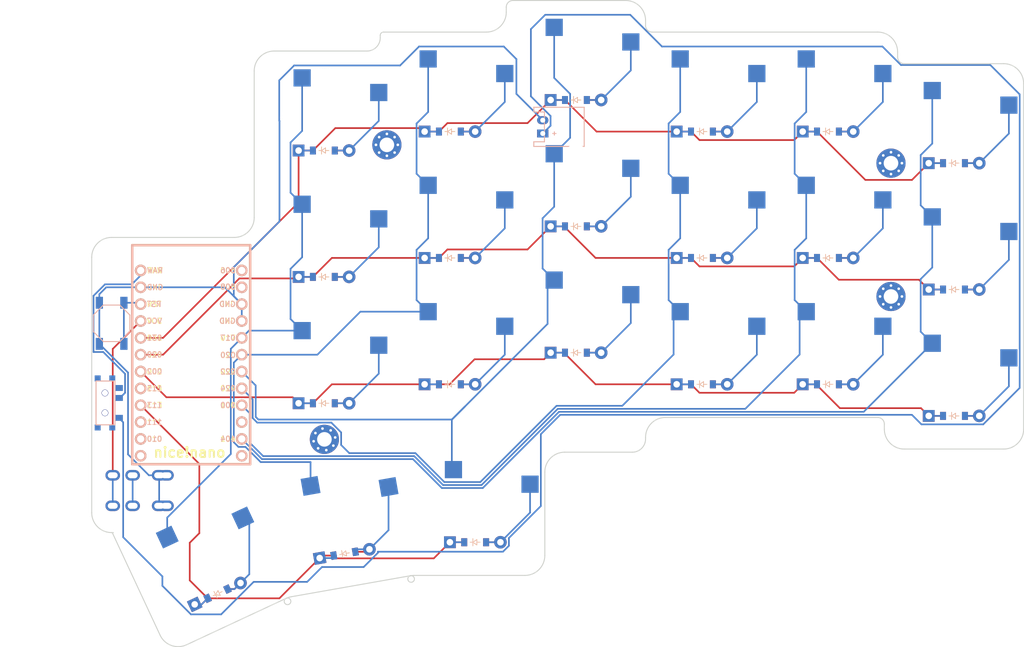
<source format=kicad_pcb>
(kicad_pcb (version 20221018) (generator pcbnew)
  (title_block (title "right") (rev "v1.0.0") (company "Unknown"))
  (layers (0 "F.Cu" signal) (31 "B.Cu" signal) (34 "B.Paste" user) (35 "F.Paste" user) (36 "B.SilkS" user "B.Silkscreen") (37 "F.SilkS" user "F.Silkscreen") (38 "B.Mask" user) (39 "F.Mask" user) (44 "Edge.Cuts" user))
  (net 0 "")
  (net 1 "P017")
  (net 2 "mirror_reachy_cluster")
  (net 3 "P020")
  (net 4 "mirror_tucky_cluster")
  (net 5 "P022")
  (net 6 "mirror_stim_cluster")
  (net 7 "P104")
  (net 8 "mirror_outer_bottom")
  (net 9 "mirror_outer_home")
  (net 10 "mirror_outer_top")
  (net 11 "P100")
  (net 12 "mirror_pinky_bottom")
  (net 13 "mirror_pinky_home")
  (net 14 "mirror_pinky_top")
  (net 15 "P024")
  (net 16 "mirror_ring_bottom")
  (net 17 "mirror_ring_home")
  (net 18 "mirror_ring_top")
  (net 19 "mirror_middle_bottom")
  (net 20 "mirror_middle_home")
  (net 21 "mirror_middle_top")
  (net 22 "mirror_index_bottom")
  (net 23 "mirror_index_home")
  (net 24 "mirror_index_top")
  (net 25 "mirror_inner_bottom")
  (net 26 "mirror_inner_home")
  (net 27 "mirror_inner_top")
  (net 28 "P113")
  (net 29 "P002")
  (net 30 "P029")
  (net 31 "P031")
  (net 32 "pos")
  (net 33 "GND")
  (net 34 "RST")
  (net 35 "RAW")
  (net 36 "P2")
  (net 37 "VCC")
  (net 38 "P115")
  (net 39 "P111")
  (net 40 "P010")
  (net 41 "P009")
  (net 42 "P006")
  (net 43 "P008")
  (net 44 "P011")
  (net 45 "P106")
  (footprint "E73:SPDT_C128955" (layer "F.Cu") (at 143.4904 154.9751 90)
    (fp_text reference "T1" hide)
    (fp_text value "" hide)
  )
  (footprint "E73:SW_TACT_ALPS_SKQGABE010" (layer "F.Cu") (at 144.4904 142.9751 90)
    (fp_text reference "B1" hide)
    (fp_text value "" hide)
  )
  (footprint "ComboDiode" (layer "F.Cu") (at 252.4904 152.1676)
    (fp_text reference "D7" hide)
    (fp_text value "" hide)
  )
  (footprint "ComboDiode" (layer "F.Cu") (at 233.4904 114.0676)
    (fp_text reference "D12" hide)
    (fp_text value "" hide)
  )
  (footprint "PG1350" (layer "F.Cu") (at 214.4904 123.3551)
    (fp_text reference "S14" hide)
    (fp_text value "" hide)
  )
  (footprint "ComboDiode" (layer "F.Cu") (at 176.4904 135.9751)
    (fp_text reference "D20" hide)
    (fp_text value "" hide)
  )
  (footprint "PG1350" (layer "F.Cu") (at 176.4904 150.0251)
    (fp_text reference "S19" hide)
    (fp_text value "" hide)
  )
  (footprint "PG1350" (layer "F.Cu") (at 271.4904 132.8801)
    (fp_text reference "S5" hide)
    (fp_text value "" hide)
  )
  (footprint "PG1350" (layer "F.Cu") (at 178.741107 172.778805 10)
    (fp_text reference "S2" hide)
    (fp_text value "" hide)
  )
  (footprint "ComboDiode" (layer "F.Cu") (at 195.4904 152.1676)
    (fp_text reference "D16" hide)
    (fp_text value "" hide)
  )
  (footprint "ComboDiode" (layer "F.Cu") (at 199.3004 175.9801)
    (fp_text reference "D3" hide)
    (fp_text value "" hide)
  )
  (footprint "ComboDiode" (layer "F.Cu") (at 233.4904 133.1176)
    (fp_text reference "D11" hide)
    (fp_text value "" hide)
  )
  (footprint "PG1350" (layer "F.Cu") (at 158.356792 179.205955 25)
    (fp_text reference "S1" hide)
    (fp_text value "" hide)
  )
  (footprint "PG1350" (layer "F.Cu") (at 176.4904 130.9751)
    (fp_text reference "S20" hide)
    (fp_text value "" hide)
  )
  (footprint "ComboDiode" (layer "F.Cu") (at 214.4904 147.4051)
    (fp_text reference "D13" hide)
    (fp_text value "" hide)
  )
  (footprint "ComboDiode" (layer "F.Cu") (at 252.4904 114.0676)
    (fp_text reference "D9" hide)
    (fp_text value "" hide)
  )
  (footprint "nice_nano" (layer "F.Cu") (at 156.4904 148.9751 -90)
    (fp_text reference "MCU1" hide)
    (fp_text value "nice_nano" hide)
  )
  (footprint "PG1350" (layer "F.Cu") (at 233.4904 128.1176)
    (fp_text reference "S11" hide)
    (fp_text value "" hide)
  )
  (footprint "PG1350" (layer "F.Cu") (at 252.4904 147.1676)
    (fp_text reference "S7" hide)
    (fp_text value "" hide)
  )
  (footprint "ComboDiode" (layer "F.Cu") (at 271.4904 118.8301)
    (fp_text reference "D6" hide)
    (fp_text value "" hide)
  )
  (footprint "MountingHole_2.2mm_M2_Pad_Via" (layer "F.Cu") (at 176.570505 160.468708 10)
    (fp_text reference "_4" hide)
    (fp_text value "")
  )
  (footprint "PG1350" (layer "F.Cu") (at 233.4904 147.1676)
    (fp_text reference "S10" hide)
    (fp_text value "" hide)
  )
  (footprint "MountingHole_2.2mm_M2_Pad_Via" (layer "F.Cu") (at 185.9904 116.0676)
    (fp_text reference "_3" hide)
    (fp_text value "")
  )
  (footprint "JST_PH_S2B-PH-K_02x2.00mm_Angled" (layer "F.Cu") (at 209.4904 113.3551 90)
    (fp_text reference "JST1" hide)
    (fp_text value "" hide)
  )
  (footprint "ComboDiode" (layer "F.Cu") (at 271.4904 156.9301)
    (fp_text reference "D4" hide)
    (fp_text value "" hide)
  )
  (footprint "ComboDiode" (layer "F.Cu") (at 195.4904 114.0676)
    (fp_text reference "D18" hide)
    (fp_text value "" hide)
  )
  (footprint "PG1350" (layer "F.Cu") (at 195.4904 147.1676)
    (fp_text reference "S16" hide)
    (fp_text value "" hide)
  )
  (footprint "PG1350" (layer "F.Cu") (at 252.4904 109.0676)
    (fp_text reference "S9" hide)
    (fp_text value "" hide)
  )
  (footprint "ComboDiode" (layer "F.Cu") (at 271.4904 137.8801)
    (fp_text reference "D5" hide)
    (fp_text value "" hide)
  )
  (footprint "PG1350" (layer "F.Cu") (at 214.4904 142.4051)
    (fp_text reference "S13" hide)
    (fp_text value "" hide)
  )
  (footprint "MountingHole_2.2mm_M2_Pad_Via" (layer "F.Cu") (at 261.9904 138.9301)
    (fp_text reference "_2" hide)
    (fp_text value "")
  )
  (footprint "PG1350" (layer "F.Cu") (at 271.4904 151.9301)
    (fp_text reference "S4" hide)
    (fp_text value "" hide)
  )
  (footprint "ComboDiode" (layer "F.Cu") (at 195.4904 133.1176)
    (fp_text reference "D17" hide)
    (fp_text value "" hide)
  )
  (footprint "MountingHole_2.2mm_M2_Pad_Via" (layer "F.Cu") (at 261.9904 118.8301)
    (fp_text reference "_1" hide)
    (fp_text value "")
  )
  (footprint "ComboDiode" (layer "F.Cu") (at 252.4904 133.1176)
    (fp_text reference "D8" hide)
    (fp_text value "" hide)
  )
  (footprint "ComboDiode" (layer "F.Cu") (at 179.609348 177.702844 10)
    (fp_text reference "D2" hide)
    (fp_text value "" hide)
  )
  (footprint "PG1350" (layer "F.Cu") (at 195.4904 109.0676)
    (fp_text reference "S18" hide)
    (fp_text value "" hide)
  )
  (footprint "PG1350" (layer "F.Cu") (at 233.4904 109.0676)
    (fp_text reference "S12" hide)
    (fp_text value "" hide)
  )
  (footprint "PG1350" (layer "F.Cu") (at 214.4904 104.3051)
    (fp_text reference "S15" hide)
    (fp_text value "" hide)
  )
  (footprint "ComboDiode" (layer "F.Cu") (at 214.4904 109.3051)
    (fp_text reference "D15" hide)
    (fp_text value "" hide)
  )
  (footprint "TRRS-PJ-320A-dual" (layer "F.Cu") (at 141.4598 165.8861 90)
    (fp_text reference "TRRS1")
    (fp_text value "TRRS-PJ-320A-dual")
  )
  (footprint "PG1350" (layer "F.Cu") (at 199.3004 170.9801)
    (fp_text reference "S3" hide)
    (fp_text value "" hide)
  )
  (footprint "ComboDiode" (layer "F.Cu") (at 233.4904 152.1676)
    (fp_text reference "D10" hide)
    (fp_text value "" hide)
  )
  (footprint "PG1350" (layer "F.Cu") (at 176.4904 111.9251)
    (fp_text reference "S21" hide)
    (fp_text value "" hide)
  )
  (footprint "ComboDiode" (layer "F.Cu") (at 160.469883 183.737494 25)
    (fp_text reference "D1" hide)
    (fp_text value "" hide)
  )
  (footprint "PG1350" (layer "F.Cu") (at 271.4904 113.8301)
    (fp_text reference "S6" hide)
    (fp_text value "" hide)
  )
  (footprint "ComboDiode" (layer "F.Cu") (at 176.4904 116.9251)
    (fp_text reference "D21" hide)
    (fp_text value "" hide)
  )
  (footprint "PG1350" (layer "F.Cu") (at 252.4904 128.1176)
    (fp_text reference "S8" hide)
    (fp_text value "" hide)
  )
  (footprint "ComboDiode" (layer "F.Cu") (at 214.4904 128.3551)
    (fp_text reference "D14" hide)
    (fp_text value "" hide)
  )
  (footprint "PG1350" (layer "F.Cu") (at 195.4904 128.1176)
    (fp_text reference "S17" hide)
    (fp_text value "" hide)
  )
  (footprint "ComboDiode" (layer "F.Cu") (at 176.4904 155.0251)
    (fp_text reference "D19" hide)
    (fp_text value "" hide)
  )
  (gr_line (start 171.547837 184.201439) (end 189.558479 181.025677) (stroke (width 0.15)) (layer "Edge.Cuts"))
  (gr_line (start 225.9904 99.0676) (end 259.9904 99.0676) (stroke (width 0.15)) (layer "Edge.Cuts"))
  (gr_line (start 224.9904 160.1676) (end 224.9904 160.4051) (stroke (width 0.15)) (layer "Edge.Cuts"))
  (gr_line (start 260.9904 158.1676) (end 260.9904 158.9301) (stroke (width 0.15)) (layer "Edge.Cuts"))
  (gr_line (start 209.8004 177.9801) (end 209.8004 165.4051) (stroke (width 0.15)) (layer "Edge.Cuts"))
  (gr_arc (start 259.9904 99.0676) (mid 262.11172 99.94628) (end 262.9904 102.0676) (stroke (width 0.15)) (layer "Edge.Cuts"))
  (gr_arc (start 259.9904 157.1676) (mid 260.697507 157.460493) (end 260.9904 158.1676) (stroke (width 0.15)) (layer "Edge.Cuts"))
  (gr_line (start 212.8004 162.4051) (end 222.9904 162.4051) (stroke (width 0.15)) (layer "Edge.Cuts"))
  (gr_arc (start 141.4904 133.0251) (mid 142.36908 130.90378) (end 144.4904 130.0251) (stroke (width 0.15)) (layer "Edge.Cuts"))
  (gr_arc (start 155.785666 191.438669) (mid 153.491751 191.538824) (end 151.798888 189.987601) (stroke (width 0.15)) (layer "Edge.Cuts"))
  (gr_arc (start 144.4904 174.5251) (mid 142.36908 173.64642) (end 141.4904 171.5251) (stroke (width 0.15)) (layer "Edge.Cuts"))
  (gr_line (start 155.785666 191.43867) (end 170.800927 184.436939) (stroke (width 0.15)) (layer "Edge.Cuts"))
  (gr_line (start 262.9904 102.8301) (end 262.9904 102.0676) (stroke (width 0.15)) (layer "Edge.Cuts"))
  (gr_line (start 141.4904 171.5251) (end 141.4904 133.0251) (stroke (width 0.15)) (layer "Edge.Cuts"))
  (gr_line (start 144.614377 174.580369) (end 151.798888 189.987601) (stroke (width 0.15)) (layer "Edge.Cuts"))
  (gr_arc (start 281.9904 158.9301) (mid 281.11172 161.05142) (end 278.9904 161.9301) (stroke (width 0.15)) (layer "Edge.Cuts"))
  (gr_arc (start 263.9904 103.8301) (mid 263.283293 103.537207) (end 262.9904 102.8301) (stroke (width 0.15)) (layer "Edge.Cuts"))
  (gr_arc (start 221.9904 94.3051) (mid 224.11172 95.18378) (end 224.9904 97.3051) (stroke (width 0.15)) (layer "Edge.Cuts"))
  (gr_line (start 184.9904 99.5676) (end 184.9904 99.9251) (stroke (width 0.15)) (layer "Edge.Cuts"))
  (gr_arc (start 170.800927 184.436939) (mid 171.223545 185.343247) (end 170.800927 184.436939) (stroke (width 0.15)) (layer "Edge.Cuts"))
  (gr_arc (start 189.558479 181.025677) (mid 189.732127 182.010485) (end 189.558479 181.025677) (stroke (width 0.15)) (layer "Edge.Cuts"))
  (gr_line (start 263.9904 103.8301) (end 278.9904 103.8301) (stroke (width 0.15)) (layer "Edge.Cuts"))
  (gr_arc (start 224.9904 160.4051) (mid 224.404614 161.819314) (end 222.9904 162.4051) (stroke (width 0.15)) (layer "Edge.Cuts"))
  (gr_arc (start 278.9904 103.8301) (mid 281.11172 104.70878) (end 281.9904 106.8301) (stroke (width 0.15)) (layer "Edge.Cuts"))
  (gr_arc (start 263.9904 161.9301) (mid 261.86908 161.05142) (end 260.9904 158.9301) (stroke (width 0.15)) (layer "Edge.Cuts"))
  (gr_arc (start 224.9904 160.1676) (mid 225.86908 158.04628) (end 227.9904 157.1676) (stroke (width 0.15)) (layer "Edge.Cuts"))
  (gr_line (start 190.079423 180.9801) (end 206.8004 180.9801) (stroke (width 0.15)) (layer "Edge.Cuts"))
  (gr_line (start 203.9904 95.3051) (end 203.9904 96.0676) (stroke (width 0.15)) (layer "Edge.Cuts"))
  (gr_line (start 144.4904 130.0251) (end 162.9904 130.0251) (stroke (width 0.15)) (layer "Edge.Cuts"))
  (gr_line (start 263.9904 161.9301) (end 278.9904 161.9301) (stroke (width 0.15)) (layer "Edge.Cuts"))
  (gr_arc (start 203.9904 96.0676) (mid 203.11172 98.18892) (end 200.9904 99.0676) (stroke (width 0.15)) (layer "Edge.Cuts"))
  (gr_arc (start 225.9904 99.0676) (mid 225.283293 98.774707) (end 224.9904 98.0676) (stroke (width 0.15)) (layer "Edge.Cuts"))
  (gr_line (start 185.4904 99.0676) (end 200.9904 99.0676) (stroke (width 0.15)) (layer "Edge.Cuts"))
  (gr_line (start 165.9904 127.0251) (end 165.9904 104.9251) (stroke (width 0.15)) (layer "Edge.Cuts"))
  (gr_arc (start 170.800927 184.436939) (mid 171.166664 184.294712) (end 171.547837 184.201439) (stroke (width 0.15)) (layer "Edge.Cuts"))
  (gr_line (start 227.9904 157.1676) (end 259.9904 157.1676) (stroke (width 0.15)) (layer "Edge.Cuts"))
  (gr_arc (start 209.8004 165.4051) (mid 210.67908 163.28378) (end 212.8004 162.4051) (stroke (width 0.15)) (layer "Edge.Cuts"))
  (gr_arc (start 165.9904 127.0251) (mid 165.11172 129.14642) (end 162.9904 130.0251) (stroke (width 0.15)) (layer "Edge.Cuts"))
  (gr_arc (start 184.9904 99.9251) (mid 184.404614 101.339314) (end 182.9904 101.9251) (stroke (width 0.15)) (layer "Edge.Cuts"))
  (gr_line (start 221.9904 94.3051) (end 204.9904 94.3051) (stroke (width 0.15)) (layer "Edge.Cuts"))
  (gr_arc (start 189.558479 181.025677) (mid 189.817956 180.991516) (end 190.079423 180.9801) (stroke (width 0.15)) (layer "Edge.Cuts"))
  (gr_line (start 168.9904 101.9251) (end 182.9904 101.9251) (stroke (width 0.15)) (layer "Edge.Cuts"))
  (gr_line (start 281.9904 158.9301) (end 281.9904 106.8301) (stroke (width 0.15)) (layer "Edge.Cuts"))
  (gr_line (start 224.9904 98.0676) (end 224.9904 97.3051) (stroke (width 0.15)) (layer "Edge.Cuts"))
  (gr_arc (start 165.9904 104.9251) (mid 166.86908 102.80378) (end 168.9904 101.9251) (stroke (width 0.15)) (layer "Edge.Cuts"))
  (gr_line (start 144.732902 174.5251) (end 144.4904 174.5251) (stroke (width 0.15)) (layer "Edge.Cuts"))
  (gr_line (start 144.732902 174.5251) (end 144.614377 174.580369) (stroke (width 0.15)) (layer "Edge.Cuts"))
  (gr_arc (start 184.9904 99.5676) (mid 185.136847 99.214047) (end 185.4904 99.0676) (stroke (width 0.15)) (layer "Edge.Cuts"))
  (gr_arc (start 203.9904 95.3051) (mid 204.283293 94.597993) (end 204.9904 94.3051) (stroke (width 0.15)) (layer "Edge.Cuts"))
  (gr_arc (start 209.8004 177.9801) (mid 208.92172 180.10142) (end 206.8004 180.9801) (stroke (width 0.15)) (layer "Edge.Cuts"))
  (segment (start 173.2154 133.0121) (end 171.4664 134.7611) (width 0.25) (layer "B.Cu") (net 1))
  (segment (start 165.2004 144.0751) (end 164.1104 145.1651) (width 0.25) (layer "B.Cu") (net 1))
  (segment (start 171.4664 123.2761) (end 173.2154 125.0251) (width 0.25) (layer "B.Cu") (net 1))
  (segment (start 173.2154 144.0751) (end 165.2004 144.0751) (width 0.25) (layer "B.Cu") (net 1))
  (segment (start 152.874055 175.197498) (end 152.874055 172.262835) (width 0.25) (layer "B.Cu") (net 1))
  (segment (start 162.4591 146.8164) (end 164.1104 145.1651) (width 0.25) (layer "B.Cu") (net 1))
  (segment (start 162.4591 162.67779) (end 162.4591 146.8164) (width 0.25) (layer "B.Cu") (net 1))
  (segment (start 152.874055 172.262835) (end 162.4591 162.67779) (width 0.25) (layer "B.Cu") (net 1))
  (segment (start 173.2154 113.9621) (end 171.4664 115.7111) (width 0.25) (layer "B.Cu") (net 1))
  (segment (start 173.2154 105.9751) (end 173.2154 113.9621) (width 0.25) (layer "B.Cu") (net 1))
  (segment (start 171.4664 134.7611) (end 171.4664 142.3261) (width 0.25) (layer "B.Cu") (net 1))
  (segment (start 171.4664 115.7111) (end 171.4664 123.2761) (width 0.25) (layer "B.Cu") (net 1))
  (segment (start 173.2154 125.0251) (end 173.2154 133.0121) (width 0.25) (layer "B.Cu") (net 1))
  (segment (start 171.4664 142.3261) (end 173.2154 144.0751) (width 0.25) (layer "B.Cu") (net 1))
  (segment (start 161.965291 183.040174) (end 163.01006 183.040174) (width 0.25) (layer "F.Cu") (net 2))
  (segment (start 163.01006 183.040174) (end 163.922916 182.127318) (width 0.25) (layer "F.Cu") (net 2))
  (segment (start 161.965291 183.040174) (end 163.01006 183.040174) (width 0.25) (layer "B.Cu") (net 2))
  (segment (start 165.249903 173.288368) (end 165.249903 180.800331) (width 0.25) (layer "B.Cu") (net 2))
  (segment (start 164.27167 172.310135) (end 165.249903 173.288368) (width 0.25) (layer "B.Cu") (net 2))
  (segment (start 163.01006 183.040174) (end 163.922916 182.127318) (width 0.25) (layer "B.Cu") (net 2))
  (segment (start 165.249903 180.800331) (end 163.922916 182.127318) (width 0.25) (layer "B.Cu") (net 2))
  (segment (start 192.2154 130.1546) (end 190.4664 131.9036) (width 0.25) (layer "B.Cu") (net 3))
  (segment (start 192.2154 141.2176) (end 181.99955 141.2176) (width 0.25) (layer "B.Cu") (net 3))
  (segment (start 175.51205 147.7051) (end 164.1104 147.7051) (width 0.25) (layer "B.Cu") (net 3))
  (segment (start 164.675304 161.6064) (end 163.612805 161.6064) (width 0.25) (layer "B.Cu") (net 3))
  (segment (start 163.612805 161.6064) (end 162.9091 160.902695) (width 0.25) (layer "B.Cu") (net 3))
  (segment (start 166.962612 163.893708) (end 164.675304 161.6064) (width 0.25) (layer "B.Cu") (net 3))
  (segment (start 190.4664 120.4186) (end 192.2154 122.1676) (width 0.25) (layer "B.Cu") (net 3))
  (segment (start 190.4664 131.9036) (end 190.4664 139.4686) (width 0.25) (layer "B.Cu") (net 3))
  (segment (start 192.2154 111.1046) (end 190.4664 112.8536) (width 0.25) (layer "B.Cu") (net 3))
  (segment (start 181.99955 141.2176) (end 175.51205 147.7051) (width 0.25) (layer "B.Cu") (net 3))
  (segment (start 190.4664 112.8536) (end 190.4664 120.4186) (width 0.25) (layer "B.Cu") (net 3))
  (segment (start 162.9091 148.9064) (end 164.1104 147.7051) (width 0.25) (layer "B.Cu") (net 3))
  (segment (start 192.2154 122.1676) (end 192.2154 130.1546) (width 0.25) (layer "B.Cu") (net 3))
  (segment (start 174.482655 167.487897) (end 174.482655 163.893708) (width 0.25) (layer "B.Cu") (net 3))
  (segment (start 190.4664 139.4686) (end 192.2154 141.2176) (width 0.25) (layer "B.Cu") (net 3))
  (segment (start 174.482655 163.893708) (end 166.962612 163.893708) (width 0.25) (layer "B.Cu") (net 3))
  (segment (start 162.9091 160.902695) (end 162.9091 148.9064) (width 0.25) (layer "B.Cu") (net 3))
  (segment (start 192.2154 103.1176) (end 192.2154 111.1046) (width 0.25) (layer "B.Cu") (net 3))
  (segment (start 181.234281 177.416325) (end 182.986385 177.416325) (width 0.25) (layer "F.Cu") (net 4))
  (segment (start 182.986385 177.416325) (end 183.361466 177.041244) (width 0.25) (layer "F.Cu") (net 4))
  (segment (start 186.23921 167.648837) (end 186.23921 174.1635) (width 0.25) (layer "B.Cu") (net 4))
  (segment (start 183.361466 177.041244) (end 181.609362 177.041244) (width 0.25) (layer "B.Cu") (net 4))
  (segment (start 181.609362 177.041244) (end 181.234281 177.416325) (width 0.25) (layer "B.Cu") (net 4))
  (segment (start 186.23921 174.1635) (end 183.361466 177.041244) (width 0.25) (layer "B.Cu") (net 4))
  (segment (start 213.6154 108.3801) (end 213.6154 115.0051) (width 0.25) (layer "B.Cu") (net 5))
  (segment (start 166.2117 157.072004) (end 166.2117 152.3464) (width 0.25) (layer "B.Cu") (net 5))
  (segment (start 210.2174 143.057258) (end 197.729179 155.545479) (width 0.25) (layer "B.Cu") (net 5))
  (segment (start 166.2117 152.3464) (end 164.1104 150.2451) (width 0.25) (layer "B.Cu") (net 5))
  (segment (start 213.6154 115.0051) (end 211.2154 117.4051) (width 0.25) (layer "B.Cu") (net 5))
  (segment (start 209.4664 127.1411) (end 209.4664 134.7061) (width 0.25) (layer "B.Cu") (net 5))
  (segment (start 195.7832 164.7879) (end 195.7832 157.491458) (width 0.25) (layer "B.Cu") (net 5))
  (segment (start 195.794658 157.48) (end 166.619696 157.48) (width 0.25) (layer "B.Cu") (net 5))
  (segment (start 210.2174 137.4531) (end 210.2174 143.057258) (width 0.25) (layer "B.Cu") (net 5))
  (segment (start 166.619696 157.48) (end 166.2117 157.072004) (width 0.25) (layer "B.Cu") (net 5))
  (segment (start 211.2154 136.4551) (end 210.2174 137.4531) (width 0.25) (layer "B.Cu") (net 5))
  (segment (start 195.7832 157.491458) (end 197.729179 155.545479) (width 0.25) (layer "B.Cu") (net 5))
  (segment (start 209.4664 134.7061) (end 211.2154 136.4551) (width 0.25) (layer "B.Cu") (net 5))
  (segment (start 211.2154 117.4051) (end 211.2154 125.3921) (width 0.25) (layer "B.Cu") (net 5))
  (segment (start 211.2154 125.3921) (end 209.4664 127.1411) (width 0.25) (layer "B.Cu") (net 5))
  (segment (start 196.0254 165.0301) (end 195.7832 164.7879) (width 0.25) (layer "B.Cu") (net 5))
  (segment (start 211.2154 105.9801) (end 213.6154 108.3801) (width 0.25) (layer "B.Cu") (net 5))
  (segment (start 211.2154 98.3551) (end 211.2154 105.9801) (width 0.25) (layer "B.Cu") (net 5))
  (segment (start 197.729179 155.545479) (end 195.794658 157.48) (width 0.25) (layer "B.Cu") (net 5))
  (segment (start 200.9504 175.9801) (end 203.1104 175.9801) (width 0.25) (layer "F.Cu") (net 6))
  (segment (start 200.9504 175.9801) (end 203.1104 175.9801) (width 0.25) (layer "B.Cu") (net 6))
  (segment (start 207.5754 167.2301) (end 207.5754 171.5151) (width 0.25) (layer "B.Cu") (net 6))
  (segment (start 207.5754 171.5151) (end 203.1104 175.9801) (width 0.25) (layer "B.Cu") (net 6))
  (segment (start 189.916216 163.443708) (end 194.277608 167.8051) (width 0.25) (layer "B.Cu") (net 7))
  (segment (start 167.149008 163.443708) (end 189.916216 163.443708) (width 0.25) (layer "B.Cu") (net 7))
  (segment (start 266.4664 136.3041) (end 266.4664 144.2311) (width 0.25) (layer "B.Cu") (net 7))
  (segment (start 257.8784 156.3171) (end 268.2154 145.9801) (width 0.25) (layer "B.Cu") (net 7))
  (segment (start 268.2154 107.8801) (end 268.2154 115.8671) (width 0.25) (layer "B.Cu") (net 7))
  (segment (start 268.2154 126.9301) (end 268.2154 134.5551) (width 0.25) (layer "B.Cu") (net 7))
  (segment (start 194.277608 167.8051) (end 200.449842 167.8051) (width 0.25) (layer "B.Cu") (net 7))
  (segment (start 200.449842 167.8051) (end 211.937842 156.3171) (width 0.25) (layer "B.Cu") (net 7))
  (segment (start 266.4664 117.6161) (end 266.4664 125.1811) (width 0.25) (layer "B.Cu") (net 7))
  (segment (start 164.1104 160.4051) (end 167.149008 163.443708) (width 0.25) (layer "B.Cu") (net 7))
  (segment (start 268.2154 134.5551) (end 266.4664 136.3041) (width 0.25) (layer "B.Cu") (net 7))
  (segment (start 266.4664 144.2311) (end 268.2154 145.9801) (width 0.25) (layer "B.Cu") (net 7))
  (segment (start 211.937842 156.3171) (end 257.8784 156.3171) (width 0.25) (layer "B.Cu") (net 7))
  (segment (start 266.4664 125.1811) (end 268.2154 126.9301) (width 0.25) (layer "B.Cu") (net 7))
  (segment (start 268.2154 115.8671) (end 266.4664 117.6161) (width 0.25) (layer "B.Cu") (net 7))
  (segment (start 275.3004 156.9301) (end 273.1404 156.9301) (width 0.25) (layer "F.Cu") (net 8))
  (segment (start 273.1404 156.9301) (end 275.3004 156.9301) (width 0.25) (layer "B.Cu") (net 8))
  (segment (start 279.7654 152.4651) (end 275.3004 156.9301) (width 0.25) (layer "B.Cu") (net 8))
  (segment (start 279.7654 148.1801) (end 279.7654 152.4651) (width 0.25) (layer "B.Cu") (net 8))
  (segment (start 273.1404 137.8801) (end 275.3004 137.8801) (width 0.25) (layer "F.Cu") (net 9))
  (segment (start 273.1404 137.8801) (end 275.3004 137.8801) (width 0.25) (layer "B.Cu") (net 9))
  (segment (start 279.7654 133.4151) (end 275.3004 137.8801) (width 0.25) (layer "B.Cu") (net 9))
  (segment (start 279.7654 129.1301) (end 279.7654 133.4151) (width 0.25) (layer "B.Cu") (net 9))
  (segment (start 273.1404 118.8301) (end 275.3004 118.8301) (width 0.25) (layer "F.Cu") (net 10))
  (segment (start 273.1404 118.8301) (end 275.3004 118.8301) (width 0.25) (layer "B.Cu") (net 10))
  (segment (start 279.7654 114.3651) (end 275.3004 118.8301) (width 0.25) (layer "B.Cu") (net 10))
  (segment (start 279.7654 110.0801) (end 279.7654 114.3651) (width 0.25) (layer "B.Cu") (net 10))
  (segment (start 247.4664 120.4186) (end 249.2154 122.1676) (width 0.25) (layer "B.Cu") (net 11))
  (segment (start 211.751446 155.8671) (end 200.263446 167.3551) (width 0.25) (layer "B.Cu") (net 11))
  (segment (start 190.102612 162.993708) (end 167.335404 162.993708) (width 0.25) (layer "B.Cu") (net 11))
  (segment (start 249.2154 103.1176) (end 249.2154 111.1046) (width 0.25) (layer "B.Cu") (net 11))
  (segment (start 167.335404 162.993708) (end 165.3117 160.970004) (width 0.25) (layer "B.Cu") (net 11))
  (segment (start 247.4664 131.9036) (end 249.2154 130.1546) (width 0.25) (layer "B.Cu") (net 11))
  (segment (start 247.4664 139.4686) (end 247.4664 131.9036) (width 0.25) (layer "B.Cu") (net 11))
  (segment (start 249.2154 111.1046) (end 247.4664 112.8536) (width 0.25) (layer "B.Cu") (net 11))
  (segment (start 248.2158 147.675884) (end 240.024584 155.8671) (width 0.25) (layer "B.Cu") (net 11))
  (segment (start 249.2154 130.1546) (end 249.2154 122.1676) (width 0.25) (layer "B.Cu") (net 11))
  (segment (start 165.3117 156.5264) (end 164.1104 155.3251) (width 0.25) (layer "B.Cu") (net 11))
  (segment (start 165.3117 160.970004) (end 165.3117 156.5264) (width 0.25) (layer "B.Cu") (net 11))
  (segment (start 248.2158 142.2172) (end 248.2158 147.675884) (width 0.25) (layer "B.Cu") (net 11))
  (segment (start 249.2154 141.2176) (end 248.2158 142.2172) (width 0.25) (layer "B.Cu") (net 11))
  (segment (start 200.263446 167.3551) (end 194.464004 167.3551) (width 0.25) (layer "B.Cu") (net 11))
  (segment (start 249.2154 141.2176) (end 247.4664 139.4686) (width 0.25) (layer "B.Cu") (net 11))
  (segment (start 194.464004 167.3551) (end 190.102612 162.993708) (width 0.25) (layer "B.Cu") (net 11))
  (segment (start 247.4664 112.8536) (end 247.4664 120.4186) (width 0.25) (layer "B.Cu") (net 11))
  (segment (start 240.024584 155.8671) (end 211.751446 155.8671) (width 0.25) (layer "B.Cu") (net 11))
  (segment (start 254.1404 152.1676) (end 256.3004 152.1676) (width 0.25) (layer "F.Cu") (net 12))
  (segment (start 260.7654 147.7026) (end 256.3004 152.1676) (width 0.25) (layer "B.Cu") (net 12))
  (segment (start 254.1404 152.1676) (end 256.3004 152.1676) (width 0.25) (layer "B.Cu") (net 12))
  (segment (start 260.7654 143.4176) (end 260.7654 147.7026) (width 0.25) (layer "B.Cu") (net 12))
  (segment (start 254.1404 133.1176) (end 256.3004 133.1176) (width 0.25) (layer "F.Cu") (net 13))
  (segment (start 260.7654 128.6526) (end 260.7654 124.3676) (width 0.25) (layer "B.Cu") (net 13))
  (segment (start 254.1404 133.1176) (end 256.3004 133.1176) (width 0.25) (layer "B.Cu") (net 13))
  (segment (start 256.3004 133.1176) (end 260.7654 128.6526) (width 0.25) (layer "B.Cu") (net 13))
  (segment (start 254.1404 114.0676) (end 256.3004 114.0676) (width 0.25) (layer "F.Cu") (net 14))
  (segment (start 254.1404 114.0676) (end 256.3004 114.0676) (width 0.25) (layer "B.Cu") (net 14))
  (segment (start 260.7654 105.3176) (end 260.7654 109.6026) (width 0.25) (layer "B.Cu") (net 14))
  (segment (start 260.7654 109.6026) (end 256.3004 114.0676) (width 0.25) (layer "B.Cu") (net 14))
  (segment (start 228.4664 139.4686) (end 230.2154 141.2176) (width 0.25) (layer "B.Cu") (net 15))
  (segment (start 200.07705 166.9051) (end 194.6504 166.9051) (width 0.25) (layer "B.Cu") (net 15))
  (segment (start 230.2154 111.1046) (end 228.4664 112.8536) (width 0.25) (layer "B.Cu") (net 15))
  (segment (start 228.4664 112.8536) (end 228.4664 120.4186) (width 0.25) (layer "B.Cu") (net 15))
  (segment (start 229.2166 147.675084) (end 221.481784 155.4099) (width 0.25) (layer "B.Cu") (net 15))
  (segment (start 194.6504 166.9051) (end 190.289008 162.543708) (width 0.25) (layer "B.Cu") (net 15))
  (segment (start 228.4664 120.4186) (end 230.2154 122.1676) (width 0.25) (layer "B.Cu") (net 15))
  (segment (start 180.318008 162.543708) (end 179.095505 161.321205) (width 0.25) (layer "B.Cu") (net 15))
  (segment (start 211.57225 155.4099) (end 200.07705 166.9051) (width 0.25) (layer "B.Cu") (net 15))
  (segment (start 230.2154 141.2176) (end 229.2166 142.2164) (width 0.25) (layer "B.Cu") (net 15))
  (segment (start 177.616395 157.943708) (end 166.447008 157.943708) (width 0.25) (layer "B.Cu") (net 15))
  (segment (start 230.2154 122.1676) (end 230.2154 130.1546) (width 0.25) (layer "B.Cu") (net 15))
  (segment (start 165.7617 157.2584) (end 165.7617 154.4364) (width 0.25) (layer "B.Cu") (net 15))
  (segment (start 165.7617 154.4364) (end 164.1104 152.7851) (width 0.25) (layer "B.Cu") (net 15))
  (segment (start 221.481784 155.4099) (end 211.57225 155.4099) (width 0.25) (layer "B.Cu") (net 15))
  (segment (start 228.4664 131.9036) (end 228.4664 139.4686) (width 0.25) (layer "B.Cu") (net 15))
  (segment (start 190.289008 162.543708) (end 180.318008 162.543708) (width 0.25) (layer "B.Cu") (net 15))
  (segment (start 179.095505 159.422818) (end 177.616395 157.943708) (width 0.25) (layer "B.Cu") (net 15))
  (segment (start 166.447008 157.943708) (end 165.7617 157.2584) (width 0.25) (layer "B.Cu") (net 15))
  (segment (start 229.2166 142.2164) (end 229.2166 147.675084) (width 0.25) (layer "B.Cu") (net 15))
  (segment (start 230.2154 130.1546) (end 228.4664 131.9036) (width 0.25) (layer "B.Cu") (net 15))
  (segment (start 230.2154 103.1176) (end 230.2154 111.1046) (width 0.25) (layer "B.Cu") (net 15))
  (segment (start 179.095505 161.321205) (end 179.095505 159.422818) (width 0.25) (layer "B.Cu") (net 15))
  (segment (start 235.1404 152.1676) (end 237.3004 152.1676) (width 0.25) (layer "F.Cu") (net 16))
  (segment (start 241.7654 143.4176) (end 241.7654 147.7026) (width 0.25) (layer "B.Cu") (net 16))
  (segment (start 235.1404 152.1676) (end 237.3004 152.1676) (width 0.25) (layer "B.Cu") (net 16))
  (segment (start 241.7654 147.7026) (end 237.3004 152.1676) (width 0.25) (layer "B.Cu") (net 16))
  (segment (start 235.1404 133.1176) (end 237.3004 133.1176) (width 0.25) (layer "F.Cu") (net 17))
  (segment (start 241.7654 124.3676) (end 241.7654 128.6526) (width 0.25) (layer "B.Cu") (net 17))
  (segment (start 237.3004 133.1176) (end 235.1404 133.1176) (width 0.25) (layer "B.Cu") (net 17))
  (segment (start 241.7654 128.6526) (end 237.3004 133.1176) (width 0.25) (layer "B.Cu") (net 17))
  (segment (start 235.1404 114.0676) (end 237.3004 114.0676) (width 0.25) (layer "F.Cu") (net 18))
  (segment (start 241.7654 109.6026) (end 237.3004 114.0676) (width 0.25) (layer "B.Cu") (net 18))
  (segment (start 237.3004 114.0676) (end 235.1404 114.0676) (width 0.25) (layer "B.Cu") (net 18))
  (segment (start 241.7654 105.3176) (end 241.7654 109.6026) (width 0.25) (layer "B.Cu") (net 18))
  (segment (start 216.1404 147.4051) (end 218.3004 147.4051) (width 0.25) (layer "F.Cu") (net 19))
  (segment (start 216.1404 147.4051) (end 218.3004 147.4051) (width 0.25) (layer "B.Cu") (net 19))
  (segment (start 222.7654 138.6551) (end 222.7654 142.9401) (width 0.25) (layer "B.Cu") (net 19))
  (segment (start 222.7654 142.9401) (end 218.3004 147.4051) (width 0.25) (layer "B.Cu") (net 19))
  (segment (start 216.1404 128.3551) (end 218.3004 128.3551) (width 0.25) (layer "F.Cu") (net 20))
  (segment (start 216.1404 128.3551) (end 218.3004 128.3551) (width 0.25) (layer "B.Cu") (net 20))
  (segment (start 222.7654 123.8901) (end 218.3004 128.3551) (width 0.25) (layer "B.Cu") (net 20))
  (segment (start 222.7654 119.6051) (end 222.7654 123.8901) (width 0.25) (layer "B.Cu") (net 20))
  (segment (start 216.1404 109.3051) (end 218.3004 109.3051) (width 0.25) (layer "F.Cu") (net 21))
  (segment (start 222.7654 104.8401) (end 218.3004 109.3051) (width 0.25) (layer "B.Cu") (net 21))
  (segment (start 216.1404 109.3051) (end 218.3004 109.3051) (width 0.25) (layer "B.Cu") (net 21))
  (segment (start 222.7654 100.5551) (end 222.7654 104.8401) (width 0.25) (layer "B.Cu") (net 21))
  (segment (start 197.1404 152.1676) (end 199.3004 152.1676) (width 0.25) (layer "F.Cu") (net 22))
  (segment (start 199.3004 152.1676) (end 197.1404 152.1676) (width 0.25) (layer "B.Cu") (net 22))
  (segment (start 203.7654 147.7026) (end 199.3004 152.1676) (width 0.25) (layer "B.Cu") (net 22))
  (segment (start 203.7654 143.4176) (end 203.7654 147.7026) (width 0.25) (layer "B.Cu") (net 22))
  (segment (start 197.1404 133.1176) (end 199.3004 133.1176) (width 0.25) (layer "F.Cu") (net 23))
  (segment (start 197.1404 133.1176) (end 199.3004 133.1176) (width 0.25) (layer "B.Cu") (net 23))
  (segment (start 203.7654 128.6526) (end 199.3004 133.1176) (width 0.25) (layer "B.Cu") (net 23))
  (segment (start 203.7654 124.3676) (end 203.7654 128.6526) (width 0.25) (layer "B.Cu") (net 23))
  (segment (start 197.1404 114.0676) (end 199.3004 114.0676) (width 0.25) (layer "F.Cu") (net 24))
  (segment (start 197.1404 114.0676) (end 199.3004 114.0676) (width 0.25) (layer "B.Cu") (net 24))
  (segment (start 203.7654 105.3176) (end 203.7654 109.6026) (width 0.25) (layer "B.Cu") (net 24))
  (segment (start 203.7654 109.6026) (end 199.3004 114.0676) (width 0.25) (layer "B.Cu") (net 24))
  (segment (start 180.3004 155.0251) (end 178.1404 155.0251) (width 0.25) (layer "F.Cu") (net 25))
  (segment (start 184.7654 150.5601) (end 180.3004 155.0251) (width 0.25) (layer "B.Cu") (net 25))
  (segment (start 178.1404 155.0251) (end 180.3004 155.0251) (width 0.25) (layer "B.Cu") (net 25))
  (segment (start 184.7654 146.2751) (end 184.7654 150.5601) (width 0.25) (layer "B.Cu") (net 25))
  (segment (start 180.3004 135.9751) (end 178.1404 135.9751) (width 0.25) (layer "F.Cu") (net 26))
  (segment (start 178.1404 135.9751) (end 180.3004 135.9751) (width 0.25) (layer "B.Cu") (net 26))
  (segment (start 184.7654 131.5101) (end 180.3004 135.9751) (width 0.25) (layer "B.Cu") (net 26))
  (segment (start 184.7654 127.2251) (end 184.7654 131.5101) (width 0.25) (layer "B.Cu") (net 26))
  (segment (start 180.3004 116.9251) (end 178.1404 116.9251) (width 0.25) (layer "F.Cu") (net 27))
  (segment (start 184.7654 112.4601) (end 180.3004 116.9251) (width 0.25) (layer "B.Cu") (net 27))
  (segment (start 184.7654 108.1751) (end 184.7654 112.4601) (width 0.25) (layer "B.Cu") (net 27))
  (segment (start 178.1404 116.9251) (end 180.3004 116.9251) (width 0.25) (layer "B.Cu") (net 27))
  (segment (start 158.061619 185.34767) (end 158.974475 184.434814) (width 0.25) (layer "F.Cu") (net 28))
  (segment (start 156.267292 181.727631) (end 156.267292 176.060608) (width 0.25) (layer "F.Cu") (net 28))
  (segment (start 158.974475 184.434814) (end 156.267292 181.727631) (width 0.25) (layer "F.Cu") (net 28))
  (segment (start 158.974475 184.434814) (end 169.78686 184.434814) (width 0.25) (layer "F.Cu") (net 28))
  (segment (start 195.4904 175.9801) (end 197.6504 175.9801) (width 0.25) (layer "F.Cu") (net 28))
  (segment (start 176.232311 177.989363) (end 175.85723 178.364444) (width 0.25) (layer "F.Cu") (net 28))
  (segment (start 157.01685 185.34767) (end 158.061619 185.34767) (width 0.25) (layer "F.Cu") (net 28))
  (segment (start 156.267292 176.060608) (end 157.717213 174.610687) (width 0.25) (layer "F.Cu") (net 28))
  (segment (start 169.78686 184.434814) (end 175.85723 178.364444) (width 0.25) (layer "F.Cu") (net 28))
  (segment (start 157.717213 174.610687) (end 157.717213 164.171913) (width 0.25) (layer "F.Cu") (net 28))
  (segment (start 193.060149 178.410351) (end 195.4904 175.9801) (width 0.25) (layer "F.Cu") (net 28))
  (segment (start 177.984415 177.989363) (end 176.232311 177.989363) (width 0.25) (layer "F.Cu") (net 28))
  (segment (start 157.717213 164.171913) (end 148.8704 155.3251) (width 0.25) (layer "F.Cu") (net 28))
  (segment (start 177.984415 177.989363) (end 178.405403 178.410351) (width 0.25) (layer "F.Cu") (net 28))
  (segment (start 178.405403 178.410351) (end 193.060149 178.410351) (width 0.25) (layer "F.Cu") (net 28))
  (segment (start 158.061619 185.34767) (end 158.974475 184.434814) (width 0.25) (layer "B.Cu") (net 28))
  (segment (start 175.85723 178.364444) (end 177.609334 178.364444) (width 0.25) (layer "B.Cu") (net 28))
  (segment (start 157.01685 185.34767) (end 158.061619 185.34767) (width 0.25) (layer "B.Cu") (net 28))
  (segment (start 195.4904 175.9801) (end 197.6504 175.9801) (width 0.25) (layer "B.Cu") (net 28))
  (segment (start 177.609334 178.364444) (end 177.984415 177.989363) (width 0.25) (layer "B.Cu") (net 28))
  (segment (start 266.5158 155.7655) (end 267.6804 156.9301) (width 0.25) (layer "F.Cu") (net 29))
  (segment (start 210.6804 147.4051) (end 212.8404 147.4051) (width 0.25) (layer "F.Cu") (net 29))
  (segment (start 172.6804 155.0251) (end 174.8404 155.0251) (width 0.25) (layer "F.Cu") (net 29))
  (segment (start 267.6804 156.9301) (end 269.8404 156.9301) (width 0.25) (layer "F.Cu") (net 29))
  (segment (start 172.6804 155.0251) (end 171.7791 154.1238) (width 0.25) (layer "F.Cu") (net 29))
  (segment (start 254.2883 155.7655) (end 266.5158 155.7655) (width 0.25) (layer "F.Cu") (net 29))
  (segment (start 233.1179 153.4451) (end 247.4029 153.4451) (width 0.25) (layer "F.Cu") (net 29))
  (segment (start 229.6804 152.1676) (end 231.8404 152.1676) (width 0.25) (layer "F.Cu") (net 29))
  (segment (start 217.4529 152.1676) (end 229.6804 152.1676) (width 0.25) (layer "F.Cu") (net 29))
  (segment (start 191.6804 152.1676) (end 195.4404 152.1676) (width 0.25) (layer "F.Cu") (net 29))
  (segment (start 212.8404 147.5551) (end 217.4529 152.1676) (width 0.25) (layer "F.Cu") (net 29))
  (segment (start 248.6804 152.1676) (end 250.8404 152.1676) (width 0.25) (layer "F.Cu") (net 29))
  (segment (start 247.4029 153.4451) (end 248.6804 152.1676) (width 0.25) (layer "F.Cu") (net 29))
  (segment (start 171.7791 154.1238) (end 152.7491 154.1238) (width 0.25) (layer "F.Cu") (net 29))
  (segment (start 199.2145 148.3935) (end 209.692 148.3935) (width 0.25) (layer "F.Cu") (net 29))
  (segment (start 231.8404 152.1676) (end 233.1179 153.4451) (width 0.25) (layer "F.Cu") (net 29))
  (segment (start 250.8404 152.3176) (end 254.2883 155.7655) (width 0.25) (layer "F.Cu") (net 29))
  (segment (start 195.4404 152.1676) (end 199.2145 148.3935) (width 0.25) (layer "F.Cu") (net 29))
  (segment (start 250.8404 152.1676) (end 250.8404 152.3176) (width 0.25) (layer "F.Cu") (net 29))
  (segment (start 209.692 148.3935) (end 210.6804 147.4051) (width 0.25) (layer "F.Cu") (net 29))
  (segment (start 212.8404 147.4051) (end 212.8404 147.5551) (width 0.25) (layer "F.Cu") (net 29))
  (segment (start 177.6979 152.1676) (end 191.6804 152.1676) (width 0.25) (layer "F.Cu") (net 29))
  (segment (start 152.7491 154.1238) (end 148.8704 150.2451) (width 0.25) (layer "F.Cu") (net 29))
  (segment (start 174.8404 155.0251) (end 177.6979 152.1676) (width 0.25) (layer "F.Cu") (net 29))
  (segment (start 267.6804 156.9301) (end 269.8404 156.9301) (width 0.25) (layer "B.Cu") (net 29))
  (segment (start 229.6804 152.1676) (end 231.8404 152.1676) (width 0.25) (layer "B.Cu") (net 29))
  (segment (start 172.6804 155.0251) (end 174.8404 155.0251) (width 0.25) (layer "B.Cu") (net 29))
  (segment (start 210.6804 147.4051) (end 212.8404 147.4051) (width 0.25) (layer "B.Cu") (net 29))
  (segment (start 248.6804 152.1676) (end 250.8404 152.1676) (width 0.25) (layer "B.Cu") (net 29))
  (segment (start 191.6804 152.1676) (end 193.8404 152.1676) (width 0.25) (layer "B.Cu") (net 29))
  (segment (start 254.1279 136.4051) (end 250.8404 133.1176) (width 0.25) (layer "F.Cu") (net 30))
  (segment (start 248.6804 133.1176) (end 250.8404 133.1176) (width 0.25) (layer "F.Cu") (net 30))
  (segment (start 233.1179 134.3951) (end 247.4029 134.3951) (width 0.25) (layer "F.Cu") (net 30))
  (segment (start 174.8404 135.9751) (end 177.6979 133.1176) (width 0.25) (layer "F.Cu") (net 30))
  (segment (start 193.8404 133.1176) (end 195.1179 131.8401) (width 0.25) (layer "F.Cu") (net 30))
  (segment (start 172.4491 136.2064) (end 172.6804 135.9751) (width 0.25) (layer "F.Cu") (net 30))
  (segment (start 267.6804 137.8801) (end 266.2054 136.4051) (width 0.25) (layer "F.Cu") (net 30))
  (segment (start 195.1179 131.8401) (end 207.1954 131.8401) (width 0.25) (layer "F.Cu") (net 30))
  (segment (start 229.6804 133.1176) (end 231.8404 133.1176) (width 0.25) (layer "F.Cu") (net 30))
  (segment (start 266.2054 136.4051) (end 254.1279 136.4051) (width 0.25) (layer "F.Cu") (net 30))
  (segment (start 231.8404 133.1176) (end 233.1179 134.3951) (width 0.25) (layer "F.Cu") (net 30))
  (segment (start 212.8404 128.5051) (end 217.4529 133.1176) (width 0.25) (layer "F.Cu") (net 30))
  (segment (start 172.6804 135.9751) (end 174.8404 135.9751) (width 0.25) (layer "F.Cu") (net 30))
  (segment (start 163.750205 136.2064) (end 172.4491 136.2064) (width 0.25) (layer "F.Cu") (net 30))
  (segment (start 217.4529 133.1176) (end 229.6804 133.1176) (width 0.25) (layer "F.Cu") (net 30))
  (segment (start 210.6804 128.3551) (end 212.8404 128.3551) (width 0.25) (layer "F.Cu") (net 30))
  (segment (start 207.1954 131.8401) (end 210.6804 128.3551) (width 0.25) (layer "F.Cu") (net 30))
  (segment (start 247.4029 134.3951) (end 248.6804 133.1176) (width 0.25) (layer "F.Cu") (net 30))
  (segment (start 177.6979 133.1176) (end 191.6804 133.1176) (width 0.25) (layer "F.Cu") (net 30))
  (segment (start 191.6804 133.1176) (end 193.8404 133.1176) (width 0.25) (layer "F.Cu") (net 30))
  (segment (start 212.8404 128.3551) (end 212.8404 128.5051) (width 0.25) (layer "F.Cu") (net 30))
  (segment (start 152.251505 147.7051) (end 163.750205 136.2064) (width 0.25) (layer "F.Cu") (net 30))
  (segment (start 267.6804 137.8801) (end 269.8404 137.8801) (width 0.25) (layer "F.Cu") (net 30))
  (segment (start 148.8704 147.7051) (end 152.251505 147.7051) (width 0.25) (layer "F.Cu") (net 30))
  (segment (start 172.6804 135.9751) (end 174.8404 135.9751) (width 0.25) (layer "B.Cu") (net 30))
  (segment (start 248.6804 133.1176) (end 250.8404 133.1176) (width 0.25) (layer "B.Cu") (net 30))
  (segment (start 210.6804 128.3551) (end 212.8404 128.3551) (width 0.25) (layer "B.Cu") (net 30))
  (segment (start 191.6804 133.1176) (end 193.8404 133.1176) (width 0.25) (layer "B.Cu") (net 30))
  (segment (start 267.6804 137.8801) (end 269.8404 137.8801) (width 0.25) (layer "B.Cu") (net 30))
  (segment (start 229.6804 133.1176) (end 231.8404 133.1176) (width 0.25) (layer "B.Cu") (net 30))
  (segment (start 248.6804 114.0676) (end 247.4029 115.3451) (width 0.25) (layer "F.Cu") (net 31))
  (segment (start 250.8404 114.0676) (end 258.1279 121.3551) (width 0.25) (layer "F.Cu") (net 31))
  (segment (start 265.1554 121.3551) (end 267.6804 118.8301) (width 0.25) (layer "F.Cu") (net 31))
  (segment (start 178.2229 113.5426) (end 174.8404 116.9251) (width 0.25) (layer "F.Cu") (net 31))
  (segment (start 229.6804 114.0676) (end 231.8404 114.0676) (width 0.25) (layer "F.Cu") (net 31))
  (segment (start 172.6804 116.9251) (end 174.8404 116.9251) (width 0.25) (layer "F.Cu") (net 31))
  (segment (start 152.251505 145.1651) (end 148.8704 145.1651) (width 0.25) (layer "F.Cu") (net 31))
  (segment (start 229.6804 114.0676) (end 217.6029 114.0676) (width 0.25) (layer "F.Cu") (net 31))
  (segment (start 210.6804 109.3051) (end 207.1968 112.7887) (width 0.25) (layer "F.Cu") (net 31))
  (segment (start 258.1279 121.3551) (end 265.1554 121.3551) (width 0.25) (layer "F.Cu") (net 31))
  (segment (start 207.1968 112.7887) (end 195.1193 112.7887) (width 0.25) (layer "F.Cu") (net 31))
  (segment (start 172.6804 124.736205) (end 152.251505 145.1651) (width 0.25) (layer "F.Cu") (net 31))
  (segment (start 248.6804 114.0676) (end 250.8404 114.0676) (width 0.25) (layer "F.Cu") (net 31))
  (segment (start 210.6804 109.3051) (end 212.8404 109.3051) (width 0.25) (layer "F.Cu") (net 31))
  (segment (start 191.1554 113.5426) (end 178.2229 113.5426) (width 0.25) (layer "F.Cu") (net 31))
  (segment (start 247.4029 115.3451) (end 233.1179 115.3451) (width 0.25) (layer "F.Cu") (net 31))
  (segment (start 195.1193 112.7887) (end 193.8404 114.0676) (width 0.25) (layer "F.Cu") (net 31))
  (segment (start 233.1179 115.3451) (end 231.8404 114.0676) (width 0.25) (layer "F.Cu") (net 31))
  (segment (start 172.6804 116.9251) (end 172.6804 124.736205) (width 0.25) (layer "F.Cu") (net 31))
  (segment (start 191.6804 114.0676) (end 191.1554 113.5426) (width 0.25) (layer "F.Cu") (net 31))
  (segment (start 217.6029 114.0676) (end 212.8404 109.3051) (width 0.25) (layer "F.Cu") (net 31))
  (segment (start 267.6804 118.8301) (end 269.8404 118.8301) (width 0.25) (layer "F.Cu") (net 31))
  (segment (start 191.6804 114.0676) (end 193.8404 114.0676) (width 0.25) (layer "F.Cu") (net 31))
  (segment (start 191.6804 114.0676) (end 193.8404 114.0676) (width 0.25) (layer "B.Cu") (net 31))
  (segment (start 229.6804 114.0676) (end 231.8404 114.0676) (width 0.25) (layer "B.Cu") (net 31))
  (segment (start 248.6804 114.0676) (end 250.8404 114.0676) (width 0.25) (layer "B.Cu") (net 31))
  (segment (start 172.6804 116.9251) (end 174.8404 116.9251) (width 0.25) (layer "B.Cu") (net 31))
  (segment (start 267.6804 118.8301) (end 269.8404 118.8301) (width 0.25) (layer "B.Cu") (net 31))
  (segment (start 210.6804 109.3051) (end 212.8404 109.3051) (width 0.25) (layer "B.Cu") (net 31))
  (segment (start 209.2004 159.690938) (end 209.2004 170.526496) (width 0.25) (layer "B.Cu") (net 32))
  (segment (start 146.2348 157.8945) (end 145.5654 157.2251) (width 0.25) (layer "B.Cu") (net 32))
  (segment (start 210.6654 113.1801) (end 210.6654 111.7181) (width 0.25) (layer "B.Cu") (net 32))
  (segment (start 281.3904 152.7153) (end 275.8981 158.2076) (width 0.25) (layer "B.Cu") (net 32))
  (segment (start 204.3879 176.509258) (end 203.490858 177.4063) (width 0.25) (layer "B.Cu") (net 32))
  (segment (start 209.864 96.4565) (end 222.678577 96.4565) (width 0.25) (layer "B.Cu") (net 32))
  (segment (start 146.2348 175.2219) (end 146.2348 157.8945) (width 0.25) (layer "B.Cu") (net 32))
  (segment (start 276.9654 104.0301) (end 281.3904 108.4551) (width 0.25) (layer "B.Cu") (net 32))
  (segment (start 184.638966 177.570402) (end 182.490057 179.719311) (width 0.25) (layer "B.Cu") (net 32))
  (segment (start 176.205189 179.719311) (end 173.9716 181.9529) (width 0.25) (layer "B.Cu") (net 32))
  (segment (start 210.6654 111.7181) (end 207.7028 108.7555) (width 0.25) (layer "B.Cu") (net 32))
  (segment (start 161.001792 186.8551) (end 156.453246 186.8551) (width 0.25) (layer "B.Cu") (net 32))
  (segment (start 263.489677 104.0301) (end 276.9654 104.0301) (width 0.25) (layer "B.Cu") (net 32))
  (segment (start 152.146199 181.133299) (end 146.2348 175.2219) (width 0.25) (layer "B.Cu") (net 32))
  (segment (start 260.702177 101.2426) (end 263.489677 104.0301) (width 0.25) (layer "B.Cu") (net 32))
  (segment (start 156.453246 186.8551) (end 152.146199 182.548053) (width 0.25) (layer "B.Cu") (net 32))
  (segment (start 266.5837 158.2076) (end 265.1432 156.7671) (width 0.25) (layer "B.Cu") (net 32))
  (segment (start 173.9716 181.9529) (end 165.903992 181.9529) (width 0.25) (layer "B.Cu") (net 32))
  (segment (start 209.2004 170.526496) (end 204.3879 175.338996) (width 0.25) (layer "B.Cu") (net 32))
  (segment (start 265.1432 156.7671) (end 212.124238 156.7671) (width 0.25) (layer "B.Cu") (net 32))
  (segment (start 182.490057 179.719311) (end 176.205189 179.719311) (width 0.25) (layer "B.Cu") (net 32))
  (segment (start 184.638966 177.4063) (end 184.638966 177.570402) (width 0.25) (layer "B.Cu") (net 32))
  (segment (start 227.464677 101.2426) (end 260.702177 101.2426) (width 0.25) (layer "B.Cu") (net 32))
  (segment (start 165.903992 181.9529) (end 161.001792 186.8551) (width 0.25) (layer "B.Cu") (net 32))
  (segment (start 204.3879 175.338996) (end 204.3879 176.509258) (width 0.25) (layer "B.Cu") (net 32))
  (segment (start 203.490858 177.4063) (end 184.638966 177.4063) (width 0.25) (layer "B.Cu") (net 32))
  (segment (start 212.124238 156.7671) (end 209.2004 159.690938) (width 0.25) (layer "B.Cu") (net 32))
  (segment (start 209.4904 114.3551) (end 210.6654 113.1801) (width 0.25) (layer "B.Cu") (net 32))
  (segment (start 275.8981 158.2076) (end 266.5837 158.2076) (width 0.25) (layer "B.Cu") (net 32))
  (segment (start 281.3904 108.4551) (end 281.3904 152.7153) (width 0.25) (layer "B.Cu") (net 32))
  (segment (start 152.146199 182.548053) (end 152.146199 181.133299) (width 0.25) (layer "B.Cu") (net 32))
  (segment (start 222.678577 96.4565) (end 227.464677 101.2426) (width 0.25) (layer "B.Cu") (net 32))
  (segment (start 207.7028 98.6177) (end 209.864 96.4565) (width 0.25) (layer "B.Cu") (net 32))
  (segment (start 207.7028 108.7555) (end 207.7028 98.6177) (width 0.25) (layer "B.Cu") (net 32))
  (segment (start 142.6404 138.584096) (end 143.679396 137.5451) (width 0.25) (layer "B.Cu") (net 33))
  (segment (start 161.5704 137.5451) (end 164.1104 140.0851) (width 0.25) (layer "B.Cu") (net 33))
  (segment (start 187.9829 104.1001) (end 172.0088 104.1001) (width 0.25) (layer "B.Cu") (net 33))
  (segment (start 162.9091 138.8838) (end 164.1104 140.0851) (width 0.25) (layer "B.Cu") (net 33))
  (segment (start 205.5184 108.3831) (end 205.5184 103.146697) (width 0.25) (layer "B.Cu") (net 33))
  (segment (start 209.4904 112.3551) (end 205.5184 108.3831) (width 0.25) (layer "B.Cu") (net 33))
  (segment (start 146.9654 150.4001) (end 142.6404 146.0751) (width 0.25) (layer "B.Cu") (net 33))
  (segment (start 203.614303 101.2426) (end 190.8404 101.2426) (width 0.25) (layer "B.Cu") (net 33))
  (segment (start 148.8704 137.5451) (end 161.5704 137.5451) (width 0.25) (layer "B.Cu") (net 33))
  (segment (start 205.5184 103.146697) (end 203.614303 101.2426) (width 0.25) (layer "B.Cu") (net 33))
  (segment (start 146.9654 162.738995) (end 146.9654 150.4001) (width 0.25) (layer "B.Cu") (net 33))
  (segment (start 142.6404 139.8751) (end 142.6404 138.584096) (width 0.25) (layer "B.Cu") (net 33))
  (segment (start 164.1104 142.6251) (end 164.1104 140.0851) (width 0.25) (layer "B.Cu") (net 33))
  (segment (start 169.7645 106.3444) (end 169.7645 112.432884) (width 0.25) (layer "B.Cu") (net 33))
  (segment (start 151.6598 165.8861) (end 152.7598 165.8861) (width 0.25) (layer "B.Cu") (net 33))
  (segment (start 169.7645 112.432884) (end 169.799 112.467384) (width 0.25) (layer "B.Cu") (net 33))
  (segment (start 169.799 127.617605) (end 162.9091 134.507505) (width 0.25) (layer "B.Cu") (net 33))
  (segment (start 142.6404 139.8751) (end 142.6404 146.0751) (width 0.25) (layer "B.Cu") (net 33))
  (segment (start 150.112505 165.8861) (end 146.9654 162.738995) (width 0.25) (layer "B.Cu") (net 33))
  (segment (start 169.799 112.467384) (end 169.799 127.617605) (width 0.25) (layer "B.Cu") (net 33))
  (segment (start 151.6598 170.4861) (end 152.7598 170.4861) (width 0.25) (layer "B.Cu") (net 33))
  (segment (start 151.6598 165.8861) (end 150.112505 165.8861) (width 0.25) (layer "B.Cu") (net 33))
  (segment (start 151.6598 165.8861) (end 151.6598 170.4861) (width 0.25) (layer "B.Cu") (net 33))
  (segment (start 143.679396 137.5451) (end 148.8704 137.5451) (width 0.25) (layer "B.Cu") (net 33))
  (segment (start 190.8404 101.2426) (end 187.9829 104.1001) (width 0.25) (layer "B.Cu") (net 33))
  (segment (start 172.0088 104.1001) (end 169.7645 106.3444) (width 0.25) (layer "B.Cu") (net 33))
  (segment (start 162.9091 134.507505) (end 162.9091 138.8838) (width 0.25) (layer "B.Cu") (net 33))
  (segment (start 146.3404 146.0751) (end 146.3404 139.8751) (width 0.25) (layer "B.Cu") (net 34))
  (segment (start 146.3404 139.8751) (end 148.6604 139.8751) (width 0.25) (layer "B.Cu") (net 34))
  (segment (start 148.6604 139.8751) (end 148.8704 140.0851) (width 0.25) (layer "B.Cu") (net 34))
  (segment (start 146.5154 150.586496) (end 143.229004 147.3001) (width 0.25) (layer "B.Cu") (net 35))
  (segment (start 141.7654 147.3001) (end 141.7654 138.8227) (width 0.25) (layer "B.Cu") (net 35))
  (segment (start 148.8704 135.7563) (end 148.8704 135.0051) (width 0.25) (layer "B.Cu") (net 35))
  (segment (start 145.5654 154.2251) (end 145.7404 154.2251) (width 0.25) (layer "B.Cu") (net 35))
  (segment (start 143.493 137.0951) (end 147.5316 137.0951) (width 0.25) (layer "B.Cu") (net 35))
  (segment (start 147.5316 137.0951) (end 148.8704 135.7563) (width 0.25) (layer "B.Cu") (net 35))
  (segment (start 145.7404 154.2251) (end 146.5154 153.4501) (width 0.25) (layer "B.Cu") (net 35))
  (segment (start 141.7654 138.8227) (end 143.493 137.0951) (width 0.25) (layer "B.Cu") (net 35))
  (segment (start 146.5154 153.4501) (end 146.5154 150.586496) (width 0.25) (layer "B.Cu") (net 35))
  (segment (start 143.229004 147.3001) (end 141.7654 147.3001) (width 0.25) (layer "B.Cu") (net 35))
  (segment (start 147.6598 165.8861) (end 147.6598 170.4861) (width 0.25) (layer "B.Cu") (net 36))
  (segment (start 144.6598 146.8357) (end 148.8704 142.6251) (width 0.25) (layer "F.Cu") (net 37))
  (segment (start 144.6598 165.8861) (end 144.6598 146.8357) (width 0.25) (layer "F.Cu") (net 37))
  (segment (start 144.6598 165.8861) (end 144.6598 170.4861) (width 0.25) (layer "B.Cu") (net 37))
)
</source>
